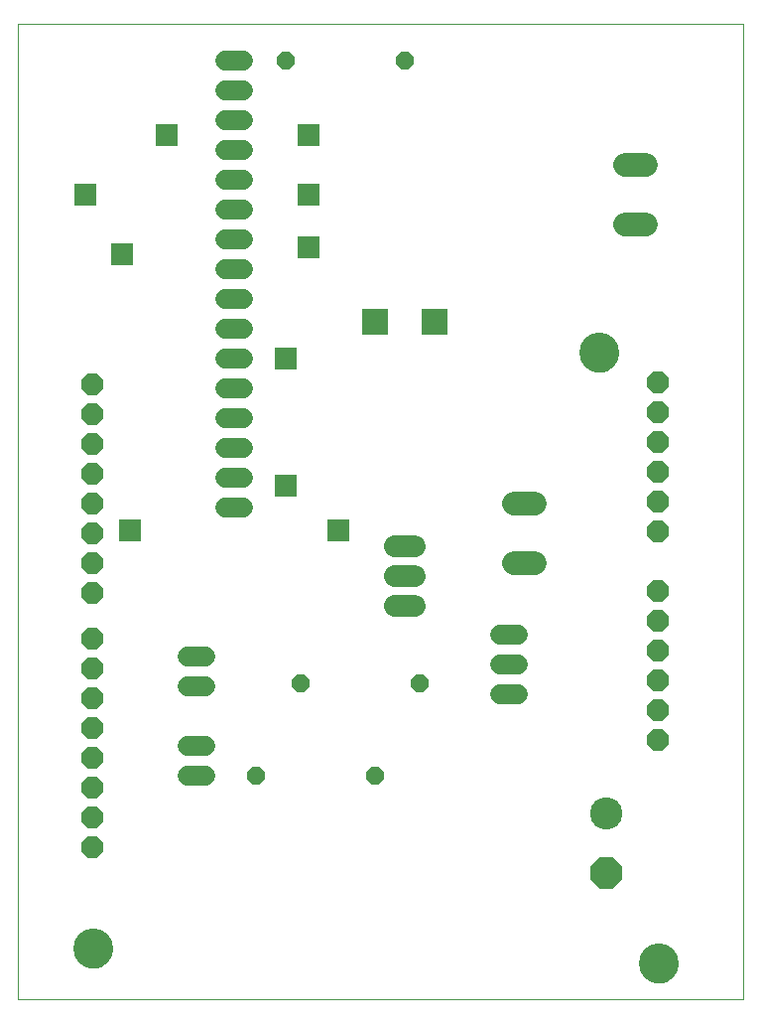
<source format=gbs>
G75*
%MOIN*%
%OFA0B0*%
%FSLAX24Y24*%
%IPPOS*%
%LPD*%
%AMOC8*
5,1,8,0,0,1.08239X$1,22.5*
%
%ADD10C,0.0000*%
%ADD11C,0.0680*%
%ADD12C,0.0674*%
%ADD13OC8,0.0600*%
%ADD14C,0.1080*%
%ADD15OC8,0.1080*%
%ADD16OC8,0.0740*%
%ADD17C,0.1340*%
%ADD18C,0.0740*%
%ADD19C,0.0785*%
%ADD20R,0.0780X0.0780*%
%ADD21R,0.0880X0.0880*%
D10*
X000180Y007200D02*
X000180Y039946D01*
X024550Y039946D01*
X024550Y007200D01*
X000180Y007200D01*
X002068Y008904D02*
X002070Y008954D01*
X002076Y009004D01*
X002086Y009053D01*
X002100Y009101D01*
X002117Y009148D01*
X002138Y009193D01*
X002163Y009237D01*
X002191Y009278D01*
X002223Y009317D01*
X002257Y009354D01*
X002294Y009388D01*
X002334Y009418D01*
X002376Y009445D01*
X002420Y009469D01*
X002466Y009490D01*
X002513Y009506D01*
X002561Y009519D01*
X002611Y009528D01*
X002660Y009533D01*
X002711Y009534D01*
X002761Y009531D01*
X002810Y009524D01*
X002859Y009513D01*
X002907Y009498D01*
X002953Y009480D01*
X002998Y009458D01*
X003041Y009432D01*
X003082Y009403D01*
X003121Y009371D01*
X003157Y009336D01*
X003189Y009298D01*
X003219Y009258D01*
X003246Y009215D01*
X003269Y009171D01*
X003288Y009125D01*
X003304Y009077D01*
X003316Y009028D01*
X003324Y008979D01*
X003328Y008929D01*
X003328Y008879D01*
X003324Y008829D01*
X003316Y008780D01*
X003304Y008731D01*
X003288Y008683D01*
X003269Y008637D01*
X003246Y008593D01*
X003219Y008550D01*
X003189Y008510D01*
X003157Y008472D01*
X003121Y008437D01*
X003082Y008405D01*
X003041Y008376D01*
X002998Y008350D01*
X002953Y008328D01*
X002907Y008310D01*
X002859Y008295D01*
X002810Y008284D01*
X002761Y008277D01*
X002711Y008274D01*
X002660Y008275D01*
X002611Y008280D01*
X002561Y008289D01*
X002513Y008302D01*
X002466Y008318D01*
X002420Y008339D01*
X002376Y008363D01*
X002334Y008390D01*
X002294Y008420D01*
X002257Y008454D01*
X002223Y008491D01*
X002191Y008530D01*
X002163Y008571D01*
X002138Y008615D01*
X002117Y008660D01*
X002100Y008707D01*
X002086Y008755D01*
X002076Y008804D01*
X002070Y008854D01*
X002068Y008904D01*
X021068Y008404D02*
X021070Y008454D01*
X021076Y008504D01*
X021086Y008553D01*
X021100Y008601D01*
X021117Y008648D01*
X021138Y008693D01*
X021163Y008737D01*
X021191Y008778D01*
X021223Y008817D01*
X021257Y008854D01*
X021294Y008888D01*
X021334Y008918D01*
X021376Y008945D01*
X021420Y008969D01*
X021466Y008990D01*
X021513Y009006D01*
X021561Y009019D01*
X021611Y009028D01*
X021660Y009033D01*
X021711Y009034D01*
X021761Y009031D01*
X021810Y009024D01*
X021859Y009013D01*
X021907Y008998D01*
X021953Y008980D01*
X021998Y008958D01*
X022041Y008932D01*
X022082Y008903D01*
X022121Y008871D01*
X022157Y008836D01*
X022189Y008798D01*
X022219Y008758D01*
X022246Y008715D01*
X022269Y008671D01*
X022288Y008625D01*
X022304Y008577D01*
X022316Y008528D01*
X022324Y008479D01*
X022328Y008429D01*
X022328Y008379D01*
X022324Y008329D01*
X022316Y008280D01*
X022304Y008231D01*
X022288Y008183D01*
X022269Y008137D01*
X022246Y008093D01*
X022219Y008050D01*
X022189Y008010D01*
X022157Y007972D01*
X022121Y007937D01*
X022082Y007905D01*
X022041Y007876D01*
X021998Y007850D01*
X021953Y007828D01*
X021907Y007810D01*
X021859Y007795D01*
X021810Y007784D01*
X021761Y007777D01*
X021711Y007774D01*
X021660Y007775D01*
X021611Y007780D01*
X021561Y007789D01*
X021513Y007802D01*
X021466Y007818D01*
X021420Y007839D01*
X021376Y007863D01*
X021334Y007890D01*
X021294Y007920D01*
X021257Y007954D01*
X021223Y007991D01*
X021191Y008030D01*
X021163Y008071D01*
X021138Y008115D01*
X021117Y008160D01*
X021100Y008207D01*
X021086Y008255D01*
X021076Y008304D01*
X021070Y008354D01*
X021068Y008404D01*
X019068Y028904D02*
X019070Y028954D01*
X019076Y029004D01*
X019086Y029053D01*
X019100Y029101D01*
X019117Y029148D01*
X019138Y029193D01*
X019163Y029237D01*
X019191Y029278D01*
X019223Y029317D01*
X019257Y029354D01*
X019294Y029388D01*
X019334Y029418D01*
X019376Y029445D01*
X019420Y029469D01*
X019466Y029490D01*
X019513Y029506D01*
X019561Y029519D01*
X019611Y029528D01*
X019660Y029533D01*
X019711Y029534D01*
X019761Y029531D01*
X019810Y029524D01*
X019859Y029513D01*
X019907Y029498D01*
X019953Y029480D01*
X019998Y029458D01*
X020041Y029432D01*
X020082Y029403D01*
X020121Y029371D01*
X020157Y029336D01*
X020189Y029298D01*
X020219Y029258D01*
X020246Y029215D01*
X020269Y029171D01*
X020288Y029125D01*
X020304Y029077D01*
X020316Y029028D01*
X020324Y028979D01*
X020328Y028929D01*
X020328Y028879D01*
X020324Y028829D01*
X020316Y028780D01*
X020304Y028731D01*
X020288Y028683D01*
X020269Y028637D01*
X020246Y028593D01*
X020219Y028550D01*
X020189Y028510D01*
X020157Y028472D01*
X020121Y028437D01*
X020082Y028405D01*
X020041Y028376D01*
X019998Y028350D01*
X019953Y028328D01*
X019907Y028310D01*
X019859Y028295D01*
X019810Y028284D01*
X019761Y028277D01*
X019711Y028274D01*
X019660Y028275D01*
X019611Y028280D01*
X019561Y028289D01*
X019513Y028302D01*
X019466Y028318D01*
X019420Y028339D01*
X019376Y028363D01*
X019334Y028390D01*
X019294Y028420D01*
X019257Y028454D01*
X019223Y028491D01*
X019191Y028530D01*
X019163Y028571D01*
X019138Y028615D01*
X019117Y028660D01*
X019100Y028707D01*
X019086Y028755D01*
X019076Y028804D01*
X019070Y028854D01*
X019068Y028904D01*
D11*
X007730Y028700D02*
X007130Y028700D01*
X007130Y029700D02*
X007730Y029700D01*
X007730Y030700D02*
X007130Y030700D01*
X007130Y031700D02*
X007730Y031700D01*
X007730Y032700D02*
X007130Y032700D01*
X007130Y033700D02*
X007730Y033700D01*
X007730Y034700D02*
X007130Y034700D01*
X007130Y035700D02*
X007730Y035700D01*
X007730Y036700D02*
X007130Y036700D01*
X007130Y037700D02*
X007730Y037700D01*
X007730Y038700D02*
X007130Y038700D01*
X007130Y027700D02*
X007730Y027700D01*
X007730Y026700D02*
X007130Y026700D01*
X007130Y025700D02*
X007730Y025700D01*
X007730Y024700D02*
X007130Y024700D01*
X007130Y023700D02*
X007730Y023700D01*
D12*
X006477Y018700D02*
X005883Y018700D01*
X005883Y017700D02*
X006477Y017700D01*
X006477Y015700D02*
X005883Y015700D01*
X005883Y014700D02*
X006477Y014700D01*
X016383Y017450D02*
X016977Y017450D01*
X016977Y018450D02*
X016383Y018450D01*
X016383Y019450D02*
X016977Y019450D01*
D13*
X013680Y017800D03*
X012180Y014700D03*
X009680Y017800D03*
X008180Y014700D03*
X009180Y038700D03*
X013180Y038700D03*
D14*
X019930Y013450D03*
D15*
X019930Y011450D03*
D16*
X021680Y015900D03*
X021680Y016900D03*
X021680Y017900D03*
X021680Y018900D03*
X021680Y019900D03*
X021680Y020900D03*
X021680Y022900D03*
X021680Y023900D03*
X021680Y024900D03*
X021680Y025900D03*
X021680Y026900D03*
X021680Y027900D03*
X002680Y027850D03*
X002680Y026850D03*
X002680Y025850D03*
X002680Y024850D03*
X002680Y023850D03*
X002680Y022850D03*
X002680Y021850D03*
X002680Y020850D03*
X002680Y019300D03*
X002680Y018300D03*
X002680Y017300D03*
X002680Y016300D03*
X002680Y015300D03*
X002680Y014300D03*
X002680Y013300D03*
X002680Y012300D03*
D17*
X002698Y008904D03*
X021698Y008404D03*
X019698Y028904D03*
D18*
X013510Y022400D02*
X012850Y022400D01*
X012850Y021400D02*
X013510Y021400D01*
X013510Y020400D02*
X012850Y020400D01*
D19*
X016828Y021850D02*
X017533Y021850D01*
X017533Y023850D02*
X016828Y023850D01*
X020578Y033200D02*
X021283Y033200D01*
X021283Y035200D02*
X020578Y035200D01*
D20*
X009930Y034200D03*
X009930Y032450D03*
X009180Y028700D03*
X009180Y024450D03*
X010930Y022950D03*
X003930Y022950D03*
X003680Y032200D03*
X002430Y034200D03*
X005180Y036200D03*
X009930Y036200D03*
D21*
X012180Y029950D03*
X014180Y029950D03*
M02*

</source>
